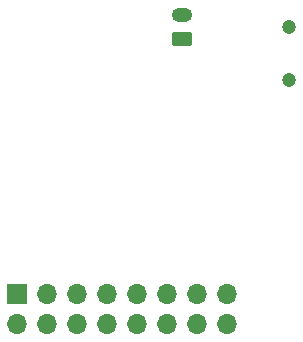
<source format=gbr>
%TF.GenerationSoftware,KiCad,Pcbnew,8.0.1*%
%TF.CreationDate,2024-03-24T23:42:45+02:00*%
%TF.ProjectId,ProjectFiles,50726f6a-6563-4744-9669-6c65732e6b69,rev?*%
%TF.SameCoordinates,Original*%
%TF.FileFunction,Soldermask,Bot*%
%TF.FilePolarity,Negative*%
%FSLAX46Y46*%
G04 Gerber Fmt 4.6, Leading zero omitted, Abs format (unit mm)*
G04 Created by KiCad (PCBNEW 8.0.1) date 2024-03-24 23:42:45*
%MOMM*%
%LPD*%
G01*
G04 APERTURE LIST*
G04 Aperture macros list*
%AMRoundRect*
0 Rectangle with rounded corners*
0 $1 Rounding radius*
0 $2 $3 $4 $5 $6 $7 $8 $9 X,Y pos of 4 corners*
0 Add a 4 corners polygon primitive as box body*
4,1,4,$2,$3,$4,$5,$6,$7,$8,$9,$2,$3,0*
0 Add four circle primitives for the rounded corners*
1,1,$1+$1,$2,$3*
1,1,$1+$1,$4,$5*
1,1,$1+$1,$6,$7*
1,1,$1+$1,$8,$9*
0 Add four rect primitives between the rounded corners*
20,1,$1+$1,$2,$3,$4,$5,0*
20,1,$1+$1,$4,$5,$6,$7,0*
20,1,$1+$1,$6,$7,$8,$9,0*
20,1,$1+$1,$8,$9,$2,$3,0*%
G04 Aperture macros list end*
%ADD10C,1.200000*%
%ADD11R,1.700000X1.700000*%
%ADD12O,1.700000X1.700000*%
%ADD13RoundRect,0.250000X0.625000X-0.350000X0.625000X0.350000X-0.625000X0.350000X-0.625000X-0.350000X0*%
%ADD14O,1.750000X1.200000*%
G04 APERTURE END LIST*
D10*
%TO.C,S1*%
X164005000Y-96810000D03*
X164005000Y-101310000D03*
%TD*%
D11*
%TO.C,J1*%
X140970000Y-119380000D03*
D12*
X140970000Y-121920000D03*
X143510000Y-119380000D03*
X143510000Y-121920000D03*
X146050000Y-119380000D03*
X146050000Y-121920000D03*
X148590000Y-119380000D03*
X148590000Y-121920000D03*
X151130000Y-119380000D03*
X151130000Y-121920000D03*
X153670000Y-119380000D03*
X153670000Y-121920000D03*
X156210000Y-119380000D03*
X156210000Y-121920000D03*
X158750000Y-119380000D03*
X158750000Y-121920000D03*
%TD*%
D13*
%TO.C,J3*%
X154940000Y-97790000D03*
D14*
X154940000Y-95790000D03*
%TD*%
M02*

</source>
